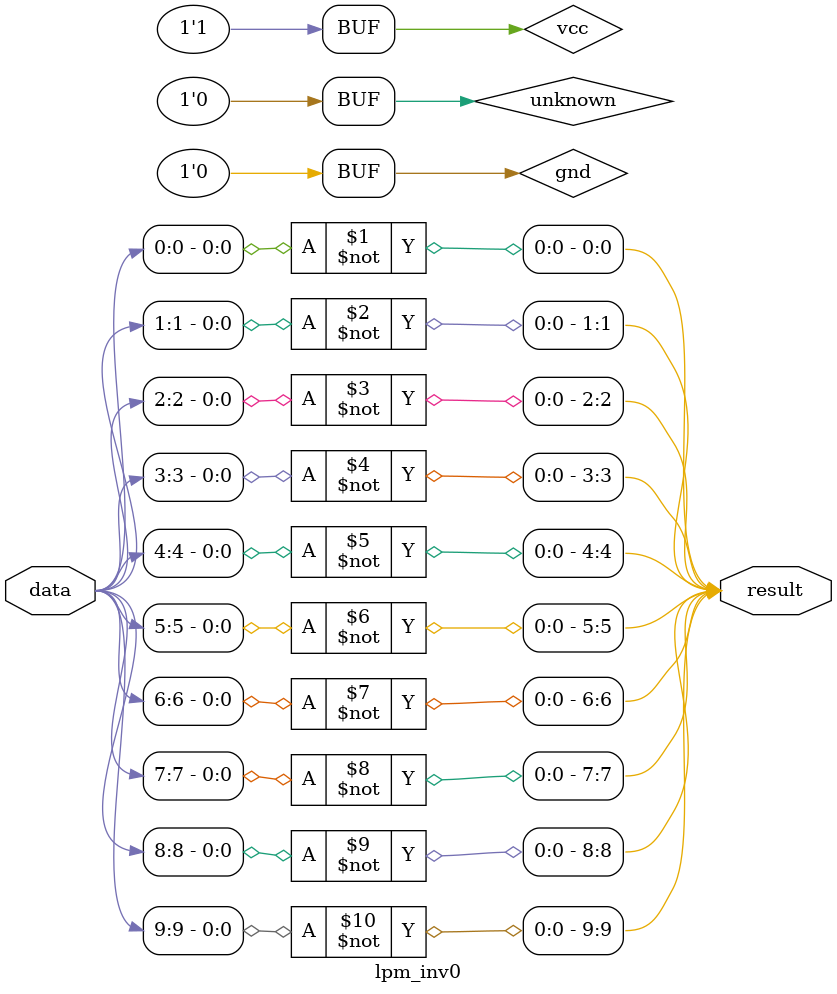
<source format=v>


// DATE "11/20/2023 02:15:43"

// 
// Device: Altera EP2S15F484C3 Package FBGA484
// 

// 
// This greybox netlist file is for third party Synthesis Tools
// for timing and resource estimation only.
// 


module lpm_inv0 (
	data,
	result)/* synthesis synthesis_greybox=0 */;
input 	[9:0] data;
output 	[9:0] result;

wire gnd;
wire vcc;
wire unknown;

assign gnd = 1'b0;
assign vcc = 1'b1;
// unknown value (1'bx) is not needed for this tool. Default to 1'b0
assign unknown = 1'b0;



assign result[0] = ~ data[0];

assign result[1] = ~ data[1];

assign result[2] = ~ data[2];

assign result[3] = ~ data[3];

assign result[4] = ~ data[4];

assign result[5] = ~ data[5];

assign result[6] = ~ data[6];

assign result[7] = ~ data[7];

assign result[8] = ~ data[8];

assign result[9] = ~ data[9];

endmodule

</source>
